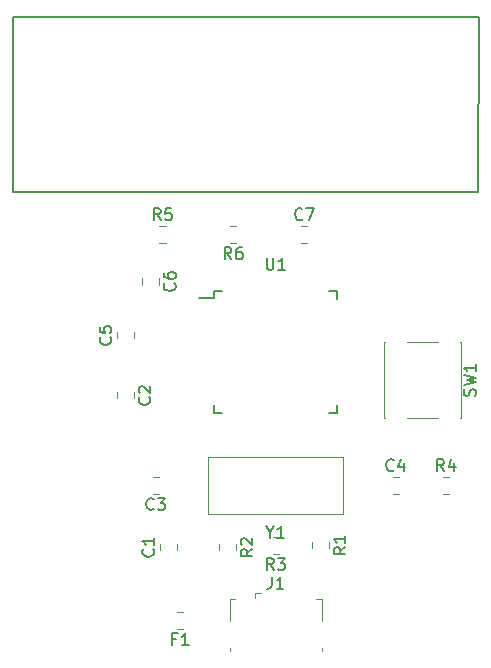
<source format=gbr>
G04 #@! TF.GenerationSoftware,KiCad,Pcbnew,5.1.4+dfsg1-1*
G04 #@! TF.CreationDate,2020-03-04T19:22:20+01:00*
G04 #@! TF.ProjectId,sidewinder-usb,73696465-7769-46e6-9465-722d7573622e,rev?*
G04 #@! TF.SameCoordinates,Original*
G04 #@! TF.FileFunction,Legend,Top*
G04 #@! TF.FilePolarity,Positive*
%FSLAX46Y46*%
G04 Gerber Fmt 4.6, Leading zero omitted, Abs format (unit mm)*
G04 Created by KiCad (PCBNEW 5.1.4+dfsg1-1) date 2020-03-04 19:22:20*
%MOMM*%
%LPD*%
G04 APERTURE LIST*
%ADD10C,0.120000*%
%ADD11C,0.150000*%
%ADD12C,0.200000*%
G04 APERTURE END LIST*
D10*
X28270000Y17150000D02*
X28270000Y12350000D01*
X16870000Y17150000D02*
X16870000Y12350000D01*
X16870000Y12350000D02*
X28270000Y12350000D01*
X16870000Y17150000D02*
X28270000Y17150000D01*
D11*
X17395000Y30600000D02*
X16120000Y30600000D01*
X27745000Y31175000D02*
X27070000Y31175000D01*
X27745000Y20825000D02*
X27070000Y20825000D01*
X17395000Y20825000D02*
X18070000Y20825000D01*
X17395000Y31175000D02*
X18070000Y31175000D01*
X17395000Y20825000D02*
X17395000Y21500000D01*
X27745000Y20825000D02*
X27745000Y21500000D01*
X27745000Y31175000D02*
X27745000Y30500000D01*
X17395000Y31175000D02*
X17395000Y30600000D01*
D10*
X31770000Y26870000D02*
X31770000Y20410000D01*
X36300000Y26870000D02*
X33700000Y26870000D01*
X38230000Y26870000D02*
X38230000Y20410000D01*
X36300000Y20410000D02*
X33700000Y20410000D01*
X38200000Y26870000D02*
X38230000Y26870000D01*
X31770000Y26870000D02*
X31800000Y26870000D01*
X31770000Y20410000D02*
X31800000Y20410000D01*
X38230000Y20410000D02*
X38200000Y20410000D01*
X19258578Y36710000D02*
X18741422Y36710000D01*
X19258578Y35290000D02*
X18741422Y35290000D01*
X12741422Y35290000D02*
X13258578Y35290000D01*
X12741422Y36710000D02*
X13258578Y36710000D01*
X36741422Y14040000D02*
X37258578Y14040000D01*
X36741422Y15460000D02*
X37258578Y15460000D01*
X22828578Y10380000D02*
X22311422Y10380000D01*
X22828578Y8960000D02*
X22311422Y8960000D01*
X17790000Y9758578D02*
X17790000Y9241422D01*
X19210000Y9758578D02*
X19210000Y9241422D01*
X25670000Y9928578D02*
X25670000Y9411422D01*
X27090000Y9928578D02*
X27090000Y9411422D01*
D12*
X39770000Y54405000D02*
X39670000Y39575000D01*
X330000Y54405000D02*
X39770000Y54405000D01*
X340000Y39575000D02*
X330000Y54405000D01*
X39670000Y39575000D02*
X340000Y39575000D01*
D10*
X20870000Y5632500D02*
X20870000Y5182500D01*
X20870000Y5632500D02*
X21320000Y5632500D01*
X26470000Y5082500D02*
X26020000Y5082500D01*
X26470000Y3232500D02*
X26470000Y5082500D01*
X18670000Y682500D02*
X18670000Y932500D01*
X26470000Y682500D02*
X26470000Y932500D01*
X18670000Y3232500D02*
X18670000Y5082500D01*
X18670000Y5082500D02*
X19120000Y5082500D01*
X14758578Y4030000D02*
X14241422Y4030000D01*
X14758578Y2610000D02*
X14241422Y2610000D01*
X24741422Y35290000D02*
X25258578Y35290000D01*
X24741422Y36710000D02*
X25258578Y36710000D01*
X11290000Y32258578D02*
X11290000Y31741422D01*
X12710000Y32258578D02*
X12710000Y31741422D01*
X10580000Y27191422D02*
X10580000Y27708578D01*
X9160000Y27191422D02*
X9160000Y27708578D01*
X32471422Y14040000D02*
X32988578Y14040000D01*
X32471422Y15460000D02*
X32988578Y15460000D01*
X12668578Y15460000D02*
X12151422Y15460000D01*
X12668578Y14040000D02*
X12151422Y14040000D01*
X9160000Y22628578D02*
X9160000Y22111422D01*
X10580000Y22628578D02*
X10580000Y22111422D01*
X14210000Y9241422D02*
X14210000Y9758578D01*
X12790000Y9241422D02*
X12790000Y9758578D01*
D11*
X22093809Y10773809D02*
X22093809Y10297619D01*
X21760476Y11297619D02*
X22093809Y10773809D01*
X22427142Y11297619D01*
X23284285Y10297619D02*
X22712857Y10297619D01*
X22998571Y10297619D02*
X22998571Y11297619D01*
X22903333Y11154761D01*
X22808095Y11059523D01*
X22712857Y11011904D01*
X21808095Y33997619D02*
X21808095Y33188095D01*
X21855714Y33092857D01*
X21903333Y33045238D01*
X21998571Y32997619D01*
X22189047Y32997619D01*
X22284285Y33045238D01*
X22331904Y33092857D01*
X22379523Y33188095D01*
X22379523Y33997619D01*
X23379523Y32997619D02*
X22808095Y32997619D01*
X23093809Y32997619D02*
X23093809Y33997619D01*
X22998571Y33854761D01*
X22903333Y33759523D01*
X22808095Y33711904D01*
X39454761Y22306666D02*
X39502380Y22449523D01*
X39502380Y22687619D01*
X39454761Y22782857D01*
X39407142Y22830476D01*
X39311904Y22878095D01*
X39216666Y22878095D01*
X39121428Y22830476D01*
X39073809Y22782857D01*
X39026190Y22687619D01*
X38978571Y22497142D01*
X38930952Y22401904D01*
X38883333Y22354285D01*
X38788095Y22306666D01*
X38692857Y22306666D01*
X38597619Y22354285D01*
X38550000Y22401904D01*
X38502380Y22497142D01*
X38502380Y22735238D01*
X38550000Y22878095D01*
X38502380Y23211428D02*
X39502380Y23449523D01*
X38788095Y23640000D01*
X39502380Y23830476D01*
X38502380Y24068571D01*
X39502380Y24973333D02*
X39502380Y24401904D01*
X39502380Y24687619D02*
X38502380Y24687619D01*
X38645238Y24592380D01*
X38740476Y24497142D01*
X38788095Y24401904D01*
X18833333Y33897619D02*
X18500000Y34373809D01*
X18261904Y33897619D02*
X18261904Y34897619D01*
X18642857Y34897619D01*
X18738095Y34850000D01*
X18785714Y34802380D01*
X18833333Y34707142D01*
X18833333Y34564285D01*
X18785714Y34469047D01*
X18738095Y34421428D01*
X18642857Y34373809D01*
X18261904Y34373809D01*
X19690476Y34897619D02*
X19500000Y34897619D01*
X19404761Y34850000D01*
X19357142Y34802380D01*
X19261904Y34659523D01*
X19214285Y34469047D01*
X19214285Y34088095D01*
X19261904Y33992857D01*
X19309523Y33945238D01*
X19404761Y33897619D01*
X19595238Y33897619D01*
X19690476Y33945238D01*
X19738095Y33992857D01*
X19785714Y34088095D01*
X19785714Y34326190D01*
X19738095Y34421428D01*
X19690476Y34469047D01*
X19595238Y34516666D01*
X19404761Y34516666D01*
X19309523Y34469047D01*
X19261904Y34421428D01*
X19214285Y34326190D01*
X12833333Y37197619D02*
X12500000Y37673809D01*
X12261904Y37197619D02*
X12261904Y38197619D01*
X12642857Y38197619D01*
X12738095Y38150000D01*
X12785714Y38102380D01*
X12833333Y38007142D01*
X12833333Y37864285D01*
X12785714Y37769047D01*
X12738095Y37721428D01*
X12642857Y37673809D01*
X12261904Y37673809D01*
X13738095Y38197619D02*
X13261904Y38197619D01*
X13214285Y37721428D01*
X13261904Y37769047D01*
X13357142Y37816666D01*
X13595238Y37816666D01*
X13690476Y37769047D01*
X13738095Y37721428D01*
X13785714Y37626190D01*
X13785714Y37388095D01*
X13738095Y37292857D01*
X13690476Y37245238D01*
X13595238Y37197619D01*
X13357142Y37197619D01*
X13261904Y37245238D01*
X13214285Y37292857D01*
X36833333Y15947619D02*
X36500000Y16423809D01*
X36261904Y15947619D02*
X36261904Y16947619D01*
X36642857Y16947619D01*
X36738095Y16900000D01*
X36785714Y16852380D01*
X36833333Y16757142D01*
X36833333Y16614285D01*
X36785714Y16519047D01*
X36738095Y16471428D01*
X36642857Y16423809D01*
X36261904Y16423809D01*
X37690476Y16614285D02*
X37690476Y15947619D01*
X37452380Y16995238D02*
X37214285Y16280952D01*
X37833333Y16280952D01*
X22403333Y7567619D02*
X22070000Y8043809D01*
X21831904Y7567619D02*
X21831904Y8567619D01*
X22212857Y8567619D01*
X22308095Y8520000D01*
X22355714Y8472380D01*
X22403333Y8377142D01*
X22403333Y8234285D01*
X22355714Y8139047D01*
X22308095Y8091428D01*
X22212857Y8043809D01*
X21831904Y8043809D01*
X22736666Y8567619D02*
X23355714Y8567619D01*
X23022380Y8186666D01*
X23165238Y8186666D01*
X23260476Y8139047D01*
X23308095Y8091428D01*
X23355714Y7996190D01*
X23355714Y7758095D01*
X23308095Y7662857D01*
X23260476Y7615238D01*
X23165238Y7567619D01*
X22879523Y7567619D01*
X22784285Y7615238D01*
X22736666Y7662857D01*
X20602380Y9333333D02*
X20126190Y9000000D01*
X20602380Y8761904D02*
X19602380Y8761904D01*
X19602380Y9142857D01*
X19650000Y9238095D01*
X19697619Y9285714D01*
X19792857Y9333333D01*
X19935714Y9333333D01*
X20030952Y9285714D01*
X20078571Y9238095D01*
X20126190Y9142857D01*
X20126190Y8761904D01*
X19697619Y9714285D02*
X19650000Y9761904D01*
X19602380Y9857142D01*
X19602380Y10095238D01*
X19650000Y10190476D01*
X19697619Y10238095D01*
X19792857Y10285714D01*
X19888095Y10285714D01*
X20030952Y10238095D01*
X20602380Y9666666D01*
X20602380Y10285714D01*
X28482380Y9503333D02*
X28006190Y9170000D01*
X28482380Y8931904D02*
X27482380Y8931904D01*
X27482380Y9312857D01*
X27530000Y9408095D01*
X27577619Y9455714D01*
X27672857Y9503333D01*
X27815714Y9503333D01*
X27910952Y9455714D01*
X27958571Y9408095D01*
X28006190Y9312857D01*
X28006190Y8931904D01*
X28482380Y10455714D02*
X28482380Y9884285D01*
X28482380Y10170000D02*
X27482380Y10170000D01*
X27625238Y10074761D01*
X27720476Y9979523D01*
X27768095Y9884285D01*
X22236666Y6980119D02*
X22236666Y6265833D01*
X22189047Y6122976D01*
X22093809Y6027738D01*
X21950952Y5980119D01*
X21855714Y5980119D01*
X23236666Y5980119D02*
X22665238Y5980119D01*
X22950952Y5980119D02*
X22950952Y6980119D01*
X22855714Y6837261D01*
X22760476Y6742023D01*
X22665238Y6694404D01*
X14166666Y1741428D02*
X13833333Y1741428D01*
X13833333Y1217619D02*
X13833333Y2217619D01*
X14309523Y2217619D01*
X15214285Y1217619D02*
X14642857Y1217619D01*
X14928571Y1217619D02*
X14928571Y2217619D01*
X14833333Y2074761D01*
X14738095Y1979523D01*
X14642857Y1931904D01*
X24833333Y37292857D02*
X24785714Y37245238D01*
X24642857Y37197619D01*
X24547619Y37197619D01*
X24404761Y37245238D01*
X24309523Y37340476D01*
X24261904Y37435714D01*
X24214285Y37626190D01*
X24214285Y37769047D01*
X24261904Y37959523D01*
X24309523Y38054761D01*
X24404761Y38150000D01*
X24547619Y38197619D01*
X24642857Y38197619D01*
X24785714Y38150000D01*
X24833333Y38102380D01*
X25166666Y38197619D02*
X25833333Y38197619D01*
X25404761Y37197619D01*
X14007142Y31833333D02*
X14054761Y31785714D01*
X14102380Y31642857D01*
X14102380Y31547619D01*
X14054761Y31404761D01*
X13959523Y31309523D01*
X13864285Y31261904D01*
X13673809Y31214285D01*
X13530952Y31214285D01*
X13340476Y31261904D01*
X13245238Y31309523D01*
X13150000Y31404761D01*
X13102380Y31547619D01*
X13102380Y31642857D01*
X13150000Y31785714D01*
X13197619Y31833333D01*
X13102380Y32690476D02*
X13102380Y32500000D01*
X13150000Y32404761D01*
X13197619Y32357142D01*
X13340476Y32261904D01*
X13530952Y32214285D01*
X13911904Y32214285D01*
X14007142Y32261904D01*
X14054761Y32309523D01*
X14102380Y32404761D01*
X14102380Y32595238D01*
X14054761Y32690476D01*
X14007142Y32738095D01*
X13911904Y32785714D01*
X13673809Y32785714D01*
X13578571Y32738095D01*
X13530952Y32690476D01*
X13483333Y32595238D01*
X13483333Y32404761D01*
X13530952Y32309523D01*
X13578571Y32261904D01*
X13673809Y32214285D01*
X8577142Y27283333D02*
X8624761Y27235714D01*
X8672380Y27092857D01*
X8672380Y26997619D01*
X8624761Y26854761D01*
X8529523Y26759523D01*
X8434285Y26711904D01*
X8243809Y26664285D01*
X8100952Y26664285D01*
X7910476Y26711904D01*
X7815238Y26759523D01*
X7720000Y26854761D01*
X7672380Y26997619D01*
X7672380Y27092857D01*
X7720000Y27235714D01*
X7767619Y27283333D01*
X7672380Y28188095D02*
X7672380Y27711904D01*
X8148571Y27664285D01*
X8100952Y27711904D01*
X8053333Y27807142D01*
X8053333Y28045238D01*
X8100952Y28140476D01*
X8148571Y28188095D01*
X8243809Y28235714D01*
X8481904Y28235714D01*
X8577142Y28188095D01*
X8624761Y28140476D01*
X8672380Y28045238D01*
X8672380Y27807142D01*
X8624761Y27711904D01*
X8577142Y27664285D01*
X32563333Y16042857D02*
X32515714Y15995238D01*
X32372857Y15947619D01*
X32277619Y15947619D01*
X32134761Y15995238D01*
X32039523Y16090476D01*
X31991904Y16185714D01*
X31944285Y16376190D01*
X31944285Y16519047D01*
X31991904Y16709523D01*
X32039523Y16804761D01*
X32134761Y16900000D01*
X32277619Y16947619D01*
X32372857Y16947619D01*
X32515714Y16900000D01*
X32563333Y16852380D01*
X33420476Y16614285D02*
X33420476Y15947619D01*
X33182380Y16995238D02*
X32944285Y16280952D01*
X33563333Y16280952D01*
X12243333Y12742857D02*
X12195714Y12695238D01*
X12052857Y12647619D01*
X11957619Y12647619D01*
X11814761Y12695238D01*
X11719523Y12790476D01*
X11671904Y12885714D01*
X11624285Y13076190D01*
X11624285Y13219047D01*
X11671904Y13409523D01*
X11719523Y13504761D01*
X11814761Y13600000D01*
X11957619Y13647619D01*
X12052857Y13647619D01*
X12195714Y13600000D01*
X12243333Y13552380D01*
X12576666Y13647619D02*
X13195714Y13647619D01*
X12862380Y13266666D01*
X13005238Y13266666D01*
X13100476Y13219047D01*
X13148095Y13171428D01*
X13195714Y13076190D01*
X13195714Y12838095D01*
X13148095Y12742857D01*
X13100476Y12695238D01*
X13005238Y12647619D01*
X12719523Y12647619D01*
X12624285Y12695238D01*
X12576666Y12742857D01*
X11877142Y22203333D02*
X11924761Y22155714D01*
X11972380Y22012857D01*
X11972380Y21917619D01*
X11924761Y21774761D01*
X11829523Y21679523D01*
X11734285Y21631904D01*
X11543809Y21584285D01*
X11400952Y21584285D01*
X11210476Y21631904D01*
X11115238Y21679523D01*
X11020000Y21774761D01*
X10972380Y21917619D01*
X10972380Y22012857D01*
X11020000Y22155714D01*
X11067619Y22203333D01*
X11067619Y22584285D02*
X11020000Y22631904D01*
X10972380Y22727142D01*
X10972380Y22965238D01*
X11020000Y23060476D01*
X11067619Y23108095D01*
X11162857Y23155714D01*
X11258095Y23155714D01*
X11400952Y23108095D01*
X11972380Y22536666D01*
X11972380Y23155714D01*
X12207142Y9333333D02*
X12254761Y9285714D01*
X12302380Y9142857D01*
X12302380Y9047619D01*
X12254761Y8904761D01*
X12159523Y8809523D01*
X12064285Y8761904D01*
X11873809Y8714285D01*
X11730952Y8714285D01*
X11540476Y8761904D01*
X11445238Y8809523D01*
X11350000Y8904761D01*
X11302380Y9047619D01*
X11302380Y9142857D01*
X11350000Y9285714D01*
X11397619Y9333333D01*
X12302380Y10285714D02*
X12302380Y9714285D01*
X12302380Y10000000D02*
X11302380Y10000000D01*
X11445238Y9904761D01*
X11540476Y9809523D01*
X11588095Y9714285D01*
M02*

</source>
